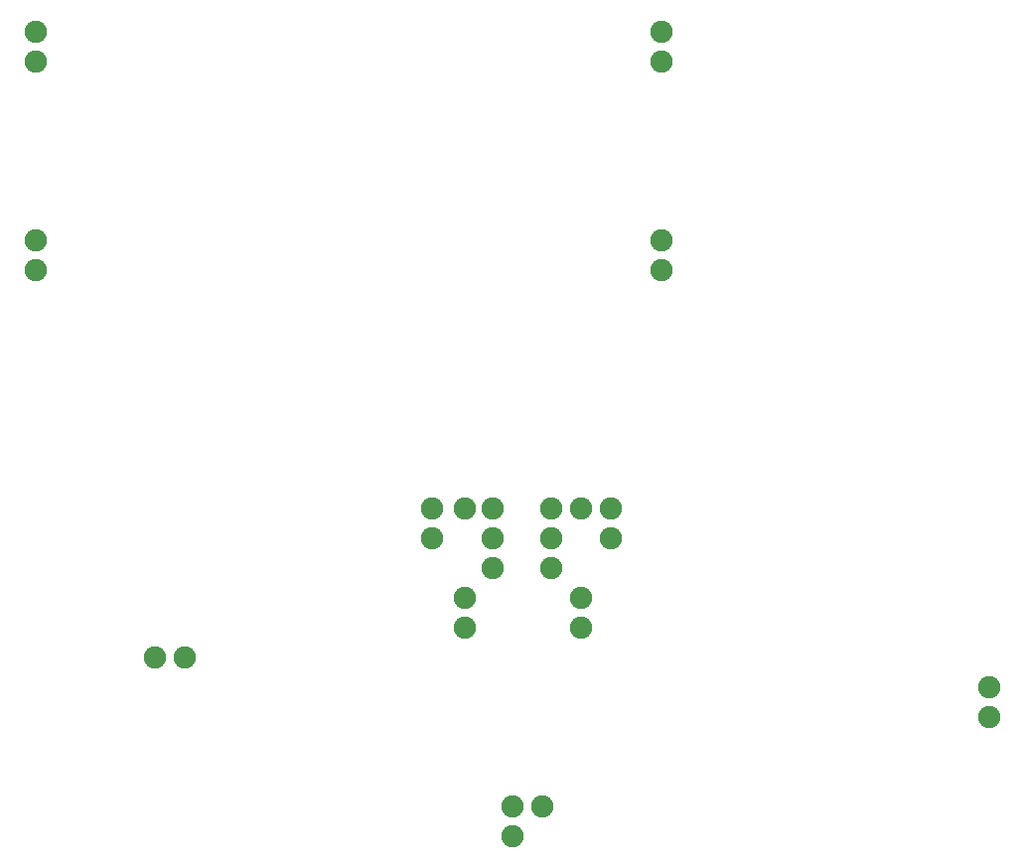
<source format=gbp>
G04 #@! TF.GenerationSoftware,KiCad,Pcbnew,5.1.7-a382d34a8~88~ubuntu20.04.1*
G04 #@! TF.CreationDate,2021-06-18T16:25:46+02:00*
G04 #@! TF.ProjectId,Power,506f7765-722e-46b6-9963-61645f706362,rev?*
G04 #@! TF.SameCoordinates,Original*
G04 #@! TF.FileFunction,Paste,Bot*
G04 #@! TF.FilePolarity,Positive*
%FSLAX46Y46*%
G04 Gerber Fmt 4.6, Leading zero omitted, Abs format (unit mm)*
G04 Created by KiCad (PCBNEW 5.1.7-a382d34a8~88~ubuntu20.04.1) date 2021-06-18 16:25:46*
%MOMM*%
%LPD*%
G01*
G04 APERTURE LIST*
%ADD10C,1.900000*%
G04 APERTURE END LIST*
D10*
G04 #@! TO.C,J35*
X91440000Y-134620000D03*
G04 #@! TD*
G04 #@! TO.C,J34*
X63500000Y-119380000D03*
G04 #@! TD*
G04 #@! TO.C,J3*
X60960000Y-119380000D03*
G04 #@! TD*
G04 #@! TO.C,J33*
X132080000Y-121920000D03*
G04 #@! TD*
G04 #@! TO.C,J30*
X132080000Y-124460000D03*
G04 #@! TD*
G04 #@! TO.C,J27*
X89800000Y-109220000D03*
G04 #@! TD*
G04 #@! TO.C,J15*
X89800000Y-106680000D03*
G04 #@! TD*
G04 #@! TO.C,J32*
X89800000Y-111760000D03*
G04 #@! TD*
G04 #@! TO.C,J31*
X104140000Y-86360000D03*
G04 #@! TD*
G04 #@! TO.C,J29*
X94780000Y-109220000D03*
G04 #@! TD*
G04 #@! TO.C,J28*
X94780000Y-111760000D03*
G04 #@! TD*
G04 #@! TO.C,J26*
X91440000Y-132080000D03*
G04 #@! TD*
G04 #@! TO.C,J25*
X93980000Y-132080000D03*
G04 #@! TD*
G04 #@! TO.C,J24*
X50800000Y-86360000D03*
G04 #@! TD*
G04 #@! TO.C,J23*
X50800000Y-83820000D03*
G04 #@! TD*
G04 #@! TO.C,J22*
X50800000Y-68580000D03*
G04 #@! TD*
G04 #@! TO.C,J21*
X50800000Y-66040000D03*
G04 #@! TD*
G04 #@! TO.C,J20*
X99860000Y-109220000D03*
G04 #@! TD*
G04 #@! TO.C,J19*
X97320000Y-106680000D03*
G04 #@! TD*
G04 #@! TO.C,J18*
X87400000Y-106680000D03*
G04 #@! TD*
G04 #@! TO.C,J17*
X99860000Y-106680000D03*
G04 #@! TD*
G04 #@! TO.C,J16*
X94780000Y-106680000D03*
G04 #@! TD*
G04 #@! TO.C,J14*
X97320000Y-116840000D03*
G04 #@! TD*
G04 #@! TO.C,J13*
X84620000Y-109220000D03*
G04 #@! TD*
G04 #@! TO.C,J12*
X87400000Y-116840000D03*
G04 #@! TD*
G04 #@! TO.C,J11*
X97320000Y-114300000D03*
G04 #@! TD*
G04 #@! TO.C,J10*
X84620000Y-106680000D03*
G04 #@! TD*
G04 #@! TO.C,J9*
X87400000Y-114300000D03*
G04 #@! TD*
G04 #@! TO.C,J8*
X104140000Y-68580000D03*
G04 #@! TD*
G04 #@! TO.C,J7*
X104140000Y-83820000D03*
G04 #@! TD*
G04 #@! TO.C,J6*
X104140000Y-66040000D03*
G04 #@! TD*
M02*

</source>
